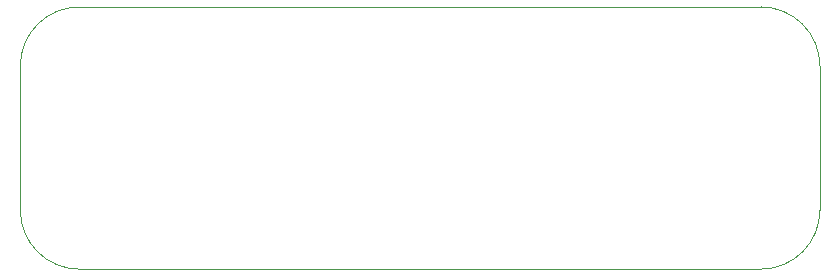
<source format=gbr>
%TF.GenerationSoftware,KiCad,Pcbnew,8.0.3*%
%TF.CreationDate,2024-07-24T13:51:14+03:00*%
%TF.ProjectId,TPA-1,5450412d-312e-46b6-9963-61645f706362,rev?*%
%TF.SameCoordinates,Original*%
%TF.FileFunction,Profile,NP*%
%FSLAX46Y46*%
G04 Gerber Fmt 4.6, Leading zero omitted, Abs format (unit mm)*
G04 Created by KiCad (PCBNEW 8.0.3) date 2024-07-24 13:51:14*
%MOMM*%
%LPD*%
G01*
G04 APERTURE LIST*
%TA.AperFunction,Profile*%
%ADD10C,0.050000*%
%TD*%
G04 APERTURE END LIST*
D10*
X131700000Y-122800000D02*
G75*
G02*
X126700000Y-127800000I-5000000J0D01*
G01*
X131700000Y-110600000D02*
X131700000Y-122800000D01*
X69000000Y-127800000D02*
G75*
G02*
X64000000Y-122800000I0J5000000D01*
G01*
X69000000Y-105600000D02*
X126700000Y-105600000D01*
X126700000Y-127800000D02*
X69000000Y-127800000D01*
X126700000Y-105600000D02*
G75*
G02*
X131700000Y-110600000I0J-5000000D01*
G01*
X64000000Y-122800000D02*
X64000000Y-110600000D01*
X64000000Y-110600000D02*
G75*
G02*
X69000000Y-105600000I5000000J0D01*
G01*
M02*

</source>
